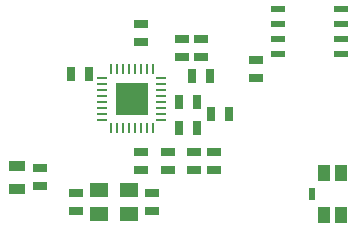
<source format=gbr>
G04 #@! TF.FileFunction,Paste,Top*
%FSLAX46Y46*%
G04 Gerber Fmt 4.6, Leading zero omitted, Abs format (unit mm)*
G04 Created by KiCad (PCBNEW 4.0.2+dfsg1-stable) date ven. 22 févr. 2019 08:36:17 CET*
%MOMM*%
G01*
G04 APERTURE LIST*
%ADD10C,0.100000*%
%ADD11R,0.635000X1.143000*%
%ADD12R,1.143000X0.635000*%
%ADD13R,0.850000X0.280000*%
%ADD14R,0.280000X0.850000*%
%ADD15R,2.750000X2.750000*%
%ADD16R,1.500000X1.200000*%
%ADD17R,1.397000X0.889000*%
%ADD18R,1.143000X0.508000*%
%ADD19R,1.050000X1.400000*%
%ADD20R,0.500000X1.100000*%
G04 APERTURE END LIST*
D10*
D11*
X156762000Y-105000000D03*
X155238000Y-105000000D03*
D12*
X150240000Y-111738000D03*
X150240000Y-113262000D03*
X143740000Y-113262000D03*
X143740000Y-111738000D03*
X151590000Y-108238000D03*
X151590000Y-109762000D03*
D13*
X151000000Y-105500000D03*
X151000000Y-105000000D03*
X151000000Y-104500000D03*
X151000000Y-104000000D03*
X151000000Y-103500000D03*
X151000000Y-103000000D03*
X151000000Y-102500000D03*
X151000000Y-102000000D03*
D14*
X150250000Y-101250000D03*
X149750000Y-101250000D03*
X149250000Y-101250000D03*
X148750000Y-101250000D03*
X148250000Y-101250000D03*
X147750000Y-101250000D03*
X147250000Y-101250000D03*
X146750000Y-101250000D03*
D13*
X146000000Y-102000000D03*
X146000000Y-102500000D03*
X146000000Y-103000000D03*
X146000000Y-103500000D03*
X146000000Y-104000000D03*
X146000000Y-104500000D03*
X146000000Y-105000000D03*
X146000000Y-105500000D03*
D14*
X146750000Y-106250000D03*
X147250000Y-106250000D03*
X147750000Y-106250000D03*
X148250000Y-106250000D03*
X148750000Y-106250000D03*
X149250000Y-106250000D03*
X149750000Y-106250000D03*
X150250000Y-106250000D03*
D15*
X148500000Y-103750000D03*
D16*
X145750000Y-113500000D03*
X148250000Y-113500000D03*
X148250000Y-111500000D03*
X145750000Y-111500000D03*
D12*
X149250000Y-108238000D03*
X149250000Y-109762000D03*
D17*
X138750000Y-111352500D03*
X138750000Y-109447500D03*
D12*
X140750000Y-111162000D03*
X140750000Y-109638000D03*
D11*
X152528000Y-104000000D03*
X154052000Y-104000000D03*
D12*
X149250000Y-98932000D03*
X149250000Y-97408000D03*
D11*
X144842000Y-101600000D03*
X143318000Y-101600000D03*
D12*
X155480000Y-108238000D03*
X155480000Y-109762000D03*
X153800000Y-109762000D03*
X153800000Y-108238000D03*
X152770000Y-100182000D03*
X152770000Y-98658000D03*
D18*
X160833000Y-99905000D03*
X166167000Y-99905000D03*
X160833000Y-98635000D03*
X160833000Y-97365000D03*
X160833000Y-96095000D03*
X166167000Y-98635000D03*
X166167000Y-97365000D03*
X166167000Y-96095000D03*
D12*
X154350000Y-100182000D03*
X154350000Y-98658000D03*
D11*
X152528000Y-106220000D03*
X154052000Y-106220000D03*
X155132000Y-101770000D03*
X153608000Y-101770000D03*
D19*
X164725000Y-113600000D03*
X164725000Y-110000000D03*
X166175000Y-113600000D03*
X166175000Y-110000000D03*
D20*
X163750000Y-111800000D03*
D12*
X159000000Y-100448000D03*
X159000000Y-101972000D03*
M02*

</source>
